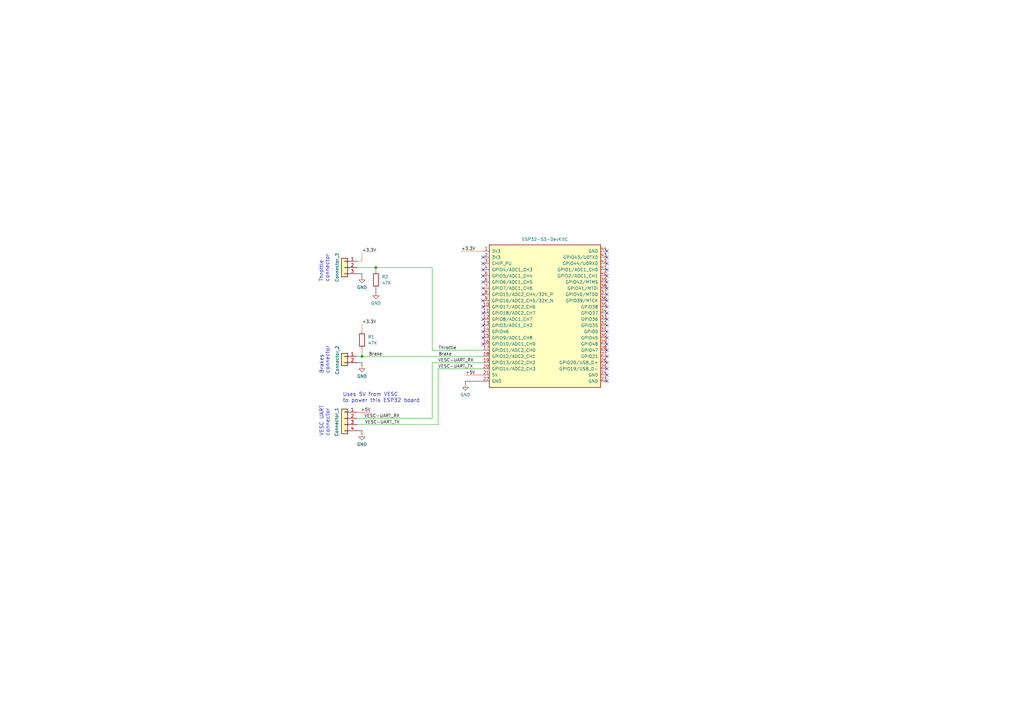
<source format=kicad_sch>
(kicad_sch (version 20230121) (generator eeschema)
  (paper "A3")
  (lib_symbols
    (symbol "Connector_Generic:Conn_01x02" (pin_names (offset 1.016) hide)
      (property "Reference" "J" (at 0 2.54 0))
      (property "Value" "Conn_01x02" (at 0 -5.08 0))
      (symbol "Conn_01x02_1_1"
        (rectangle (start -1.27 -2.413) (end 0 -2.667) (stroke (width 0.1524)))
        (rectangle (start -1.27 0.127) (end 0 -0.127) (stroke (width 0.1524)))
        (rectangle (start -1.27 1.27) (end 1.27 -3.81) (stroke (width 0.254)) (fill (type background)))
        (pin passive line (at -5.08 0 0) (length 3.81) (name "Pin_1") (number "1"))
        (pin passive line (at -5.08 -2.54 0) (length 3.81) (name "Pin_2") (number "2"))
      )
    )
    (symbol "Connector_Generic:Conn_01x03" (pin_names (offset 1.016) hide)
      (property "Reference" "J" (at 0 5.08 0))
      (property "Value" "Conn_01x03" (at 0 -5.08 0))
      (symbol "Conn_01x03_1_1"
        (rectangle (start -1.27 -2.413) (end 0 -2.667) (stroke (width 0.1524)))
        (rectangle (start -1.27 0.127) (end 0 -0.127) (stroke (width 0.1524)))
        (rectangle (start -1.27 2.667) (end 0 2.413) (stroke (width 0.1524)))
        (rectangle (start -1.27 3.81) (end 1.27 -3.81) (stroke (width 0.254)) (fill (type background)))
        (pin passive line (at -5.08 2.54 0) (length 3.81) (name "Pin_1") (number "1"))
        (pin passive line (at -5.08 0 0) (length 3.81) (name "Pin_2") (number "2"))
        (pin passive line (at -5.08 -2.54 0) (length 3.81) (name "Pin_3") (number "3"))
      )
    )
    (symbol "Connector_Generic:Conn_01x04" (pin_names (offset 1.016) hide)
      (property "Reference" "J" (at 0 5.08 0))
      (property "Value" "Conn_01x04" (at 0 -7.62 0))
      (symbol "Conn_01x04_1_1"
        (rectangle (start -1.27 -4.953) (end 0 -5.207) (stroke (width 0.1524)))
        (rectangle (start -1.27 -2.413) (end 0 -2.667) (stroke (width 0.1524)))
        (rectangle (start -1.27 0.127) (end 0 -0.127) (stroke (width 0.1524)))
        (rectangle (start -1.27 2.667) (end 0 2.413) (stroke (width 0.1524)))
        (rectangle (start -1.27 3.81) (end 1.27 -6.35) (stroke (width 0.254)) (fill (type background)))
        (pin passive line (at -5.08 2.54 0) (length 3.81) (name "Pin_1") (number "1"))
        (pin passive line (at -5.08 0 0) (length 3.81) (name "Pin_2") (number "2"))
        (pin passive line (at -5.08 -2.54 0) (length 3.81) (name "Pin_3") (number "3"))
        (pin passive line (at -5.08 -5.08 0) (length 3.81) (name "Pin_4") (number "4"))
      )
    )
    (symbol "Device:R" (pin_numbers hide) (pin_names (offset 0))
      (property "Reference" "R" (at 2.032 0 90))
      (property "Value" "R" (at 0 0 90))
      (symbol "R_0_1"
        (rectangle (start -1.016 -2.54) (end 1.016 2.54) (stroke (width 0.254)))
      )
      (symbol "R_1_1"
        (pin passive line (at 0 3.81 270) (length 1.27) (name "~") (number "1"))
        (pin passive line (at 0 -3.81 90) (length 1.27) (name "~") (number "2"))
      )
    )
    (symbol "Espressif:ESP32-S3-DevKitC" (pin_names (offset 1.016))
      (property "Reference" "U" (at -22.86 33.02 0))
      (property "Value" "ESP32-S3-DevKitC" (at -22.86 30.48 0))
      (symbol "ESP32-S3-DevKitC_0_0"
        (pin bidirectional line (at -25.4 -7.62 0) (length 2.54) (name "GPIO46") (number "14"))
        (pin bidirectional line (at -25.4 -20.32 0) (length 2.54) (name "GPIO13/ADC2_CH2") (number "19"))
        (pin power_in line (at -25.4 22.86 0) (length 2.54) (name "3V3") (number "2"))
        (pin bidirectional line (at 25.4 12.7 180) (length 2.54) (name "GPIO42/MTMS") (number "39"))
        (pin bidirectional line (at 25.4 15.24 180) (length 2.54) (name "GPIO2/ADC1_CH1") (number "40"))
        (pin bidirectional line (at 25.4 17.78 180) (length 2.54) (name "GPIO1/ADC1_CH0") (number "41"))
        (pin bidirectional line (at 25.4 20.32 180) (length 2.54) (name "GPIO44/U0RXD") (number "42"))
        (pin bidirectional line (at 25.4 22.86 180) (length 2.54) (name "GPIO43/U0TXD") (number "43"))
        (pin power_in line (at 25.4 25.4 180) (length 2.54) (name "GND") (number "44"))
      )
      (symbol "ESP32-S3-DevKitC_0_1"
        (rectangle (start -22.86 27.94) (end 22.86 -30.48) (stroke (width 0.254)) (fill (type background)))
      )
      (symbol "ESP32-S3-DevKitC_1_1"
        (pin power_in line (at -25.4 25.4 0) (length 2.54) (name "3V3") (number "1"))
        (pin bidirectional line (at -25.4 2.54 0) (length 2.54) (name "GPIO17/ADC2_CH6") (number "10"))
        (pin bidirectional line (at -25.4 0 0) (length 2.54) (name "GPIO18/ADC2_CH7") (number "11"))
        (pin bidirectional line (at -25.4 -2.54 0) (length 2.54) (name "GPIO8/ADC1_CH7") (number "12"))
        (pin bidirectional line (at -25.4 -5.08 0) (length 2.54) (name "GPIO3/ADC1_CH2") (number "13"))
        (pin bidirectional line (at -25.4 -10.16 0) (length 2.54) (name "GPIO9/ADC1_CH8") (number "15"))
        (pin bidirectional line (at -25.4 -12.7 0) (length 2.54) (name "GPIO10/ADC1_CH9") (number "16"))
        (pin bidirectional line (at -25.4 -15.24 0) (length 2.54) (name "GPIO11/ADC2_CH0") (number "17"))
        (pin bidirectional line (at -25.4 -17.78 0) (length 2.54) (name "GPIO12/ADC2_CH1") (number "18"))
        (pin bidirectional line (at -25.4 -22.86 0) (length 2.54) (name "GPIO14/ADC2_CH3") (number "20"))
        (pin power_in line (at -25.4 -25.4 0) (length 2.54) (name "5V") (number "21"))
        (pin power_in line (at -25.4 -27.94 0) (length 2.54) (name "GND") (number "22"))
        (pin power_in line (at 25.4 -27.94 180) (length 2.54) (name "GND") (number "23"))
        (pin power_in line (at 25.4 -25.4 180) (length 2.54) (name "GND") (number "24"))
        (pin bidirectional line (at 25.4 -22.86 180) (length 2.54) (name "GPIO19/USB_D-") (number "25"))
        (pin bidirectional line (at 25.4 -20.32 180) (length 2.54) (name "GPIO20/USB_D+") (number "26"))
        (pin bidirectional line (at 25.4 -17.78 180) (length 2.54) (name "GPIO21") (number "27"))
        (pin bidirectional line (at 25.4 -15.24 180) (length 2.54) (name "GPIO47") (number "28"))
        (pin bidirectional line (at 25.4 -12.7 180) (length 2.54) (name "GPIO48") (number "29"))
        (pin input line (at -25.4 20.32 0) (length 2.54) (name "CHIP_PU") (number "3"))
        (pin bidirectional line (at 25.4 -10.16 180) (length 2.54) (name "GPIO45") (number "30"))
        (pin bidirectional line (at 25.4 -7.62 180) (length 2.54) (name "GPIO0") (number "31"))
        (pin bidirectional line (at 25.4 -5.08 180) (length 2.54) (name "GPIO35") (number "32"))
        (pin bidirectional line (at 25.4 -2.54 180) (length 2.54) (name "GPIO36") (number "33"))
        (pin bidirectional line (at 25.4 0 180) (length 2.54) (name "GPIO37") (number "34"))
        (pin bidirectional line (at 25.4 2.54 180) (length 2.54) (name "GPIO38") (number "35"))
        (pin bidirectional line (at 25.4 5.08 180) (length 2.54) (name "GPIO39/MTCK") (number "36"))
        (pin bidirectional line (at 25.4 7.62 180) (length 2.54) (name "GPIO40/MTDO") (number "37"))
        (pin bidirectional line (at 25.4 10.16 180) (length 2.54) (name "GPIO41/MTDI") (number "38"))
        (pin bidirectional line (at -25.4 17.78 0) (length 2.54) (name "GPIO4/ADC1_CH3") (number "4"))
        (pin bidirectional line (at -25.4 15.24 0) (length 2.54) (name "GPIO5/ADC1_CH4") (number "5"))
        (pin bidirectional line (at -25.4 12.7 0) (length 2.54) (name "GPIO6/ADC1_CH5") (number "6"))
        (pin bidirectional line (at -25.4 10.16 0) (length 2.54) (name "GPIO7/ADC1_CH6") (number "7"))
        (pin bidirectional line (at -25.4 7.62 0) (length 2.54) (name "GPIO15/ADC2_CH4/32K_P") (number "8"))
        (pin bidirectional line (at -25.4 5.08 0) (length 2.54) (name "GPIO16/ADC2_CH5/32K_N") (number "9"))
      )
    )
    (symbol "power:GND" (power) (pin_names (offset 0))
      (property "Value" "GND" (at 0 -3.81 0))
      (symbol "GND_0_1"
        (polyline (pts (xy 0 0) (xy 0 -1.27) (xy 1.27 -1.27) (xy 0 -2.54) (xy -1.27 -1.27) (xy 0 -1.27)))
      )
      (symbol "GND_1_1"
        (pin power_in line (at 0 0 270) (length 0) hide (name "GND") (number "1"))
      )
    )
  )
  (junction (at 154.178 109.728))
  (junction (at 148.463 146.177))
  (no_connect (at 198.12 136.017))
  (no_connect (at 198.12 115.697))
  (no_connect (at 198.12 141.097))
  (no_connect (at 198.12 133.477))
  (no_connect (at 198.12 118.237))
  (no_connect (at 198.12 120.777))
  (no_connect (at 198.12 138.557))
  (no_connect (at 198.12 128.397))
  (no_connect (at 248.92 113.157))
  (no_connect (at 198.12 105.537))
  (no_connect (at 198.12 108.077))
  (no_connect (at 198.12 123.317))
  (no_connect (at 198.12 125.857))
  (no_connect (at 198.12 130.937))
  (no_connect (at 248.92 110.617))
  (no_connect (at 248.92 102.997))
  (no_connect (at 248.92 105.537))
  (no_connect (at 248.92 108.077))
  (no_connect (at 248.92 156.337))
  (no_connect (at 248.92 148.717))
  (no_connect (at 248.92 151.257))
  (no_connect (at 248.92 153.797))
  (no_connect (at 248.92 123.317))
  (no_connect (at 248.92 125.857))
  (no_connect (at 248.92 128.397))
  (no_connect (at 248.92 130.937))
  (no_connect (at 248.92 133.477))
  (no_connect (at 248.92 136.017))
  (no_connect (at 248.92 138.557))
  (no_connect (at 248.92 141.097))
  (no_connect (at 248.92 143.637))
  (no_connect (at 248.92 146.177))
  (no_connect (at 248.92 115.697))
  (no_connect (at 248.92 118.237))
  (no_connect (at 248.92 120.777))
  (no_connect (at 198.12 110.617))
  (no_connect (at 198.12 113.157))
  (wire (pts (xy 148.463 148.717) (xy 148.463 149.987)) (stroke (width 0) (color 0 0 0 1)))
  (wire (pts (xy 148.463 146.177) (xy 198.12 146.177)))
  (wire (pts (xy 146.431 171.577) (xy 177.292 171.577)))
  (wire (pts (xy 146.431 148.717) (xy 148.463 148.717)) (stroke (width 0) (color 0 0 0 1)))
  (wire (pts (xy 146.431 112.268) (xy 148.463 112.268)) (stroke (width 0) (color 0 0 0 1)))
  (wire (pts (xy 177.292 109.728) (xy 177.292 143.637)))
  (wire (pts (xy 154.178 109.728) (xy 154.178 110.998)))
  (wire (pts (xy 179.705 151.257) (xy 198.12 151.257)))
  (wire (pts (xy 148.463 135.636) (xy 148.463 132.969)) (stroke (width 0) (color 204 102 0 1)))
  (wire (pts (xy 177.292 148.717) (xy 198.12 148.717)))
  (wire (pts (xy 148.463 143.256) (xy 148.463 146.177)))
  (wire (pts (xy 190.881 156.337) (xy 190.881 157.607)) (stroke (width 0) (color 0 0 0 1)))
  (wire (pts (xy 146.431 169.037) (xy 152.019 169.037)) (stroke (width 0) (color 255 0 0 1)))
  (wire (pts (xy 146.431 146.177) (xy 148.463 146.177)))
  (wire (pts (xy 198.12 156.337) (xy 190.881 156.337)) (stroke (width 0) (color 0 0 0 1)))
  (wire (pts (xy 154.178 109.728) (xy 177.292 109.728)))
  (wire (pts (xy 146.431 107.188) (xy 148.463 107.188)) (stroke (width 0) (color 204 102 0 1)))
  (wire (pts (xy 179.705 151.257) (xy 179.705 174.117)))
  (wire (pts (xy 146.431 174.117) (xy 179.705 174.117)))
  (wire (pts (xy 148.463 112.268) (xy 148.463 113.538)) (stroke (width 0) (color 0 0 0 1)))
  (wire (pts (xy 190.881 153.797) (xy 198.12 153.797)) (stroke (width 0) (color 255 0 0 1)))
  (wire (pts (xy 177.292 171.577) (xy 177.292 148.717)))
  (wire (pts (xy 148.463 103.632) (xy 148.463 107.188)) (stroke (width 0) (color 204 102 0 1)))
  (wire (pts (xy 148.463 176.657) (xy 148.463 177.927)) (stroke (width 0) (color 0 0 0 1)))
  (wire (pts (xy 154.178 118.618) (xy 154.178 120.015)) (stroke (width 0) (color 0 0 0 1)))
  (wire (pts (xy 177.292 143.637) (xy 198.12 143.637)))
  (wire (pts (xy 146.431 176.657) (xy 148.463 176.657)) (stroke (width 0) (color 0 0 0 1)))
  (wire (pts (xy 198.12 102.997) (xy 189.103 102.997)) (stroke (width 0) (color 204 102 0 1)))
  (wire (pts (xy 146.431 109.728) (xy 154.178 109.728)))
  (text "Brakes\nconnector" (at 135.255 153.289 90) (effects (font (size 1.524 1.524)) (justify left bottom)))
  (text "VESC UART\nconnector" (at 135.255 178.943 90) (effects (font (size 1.524 1.524)) (justify left bottom)))
  (text "Throttle \nconnector" (at 135.128 115.697 90) (effects (font (size 1.524 1.524)) (justify left bottom)))
  (text "Uses 5V from VESC\nto power this ESP32 board" (at 140.589 165.227 0) (effects (font (size 1.524 1.524)) (justify left bottom)))
  (label "VESC-UART_TX" (at 163.957 174.117 180))
  (label "+3.3V" (at 148.463 132.969 0))
  (label "Throttle" (at 179.832 143.637 0))
  (label "Brake" (at 179.832 146.177 0))
  (label "VESC-UART_TX" (at 179.705 151.257 0))
  (label "+5V" (at 190.881 153.797 0))
  (label "+3.3V" (at 189.103 102.997 0))
  (label "+5V" (at 152.019 169.037 180))
  (label "VESC-UART_RX" (at 163.957 171.577 180))
  (label "+3.3V" (at 148.463 103.632 0))
  (label "VESC-UART_RX" (at 179.705 148.717 0))
  (label "Brake" (at 151.257 146.177 0))
  (symbol (lib_id "Connector_Generic:Conn_01x03") (at 141.351 109.728 0) (mirror y) (unit 1)
    (property "Reference" "J1" (effects hide))
    (property "Value" "Connector_3" (at 138.176 109.728 90))
  )
  (symbol (lib_id "power:GND") (at 148.463 113.538 0) (unit 1)
    (property "Reference" "#PWR01" (effects hide))
    (property "Value" "GND" (at 148.463 117.856 0))
  )
  (symbol (lib_id "Connector_Generic:Conn_01x04") (at 141.351 171.577 0) (mirror y) (unit 1)
    (property "Reference" "J2" (effects hide))
    (property "Value" "Connector_1" (at 138.049 173.101 90))
  )
  (symbol (lib_id "Connector_Generic:Conn_01x02") (at 141.351 146.177 0) (mirror y) (unit 1)
    (property "Reference" "Connector_2" (at 138.303 147.701 90))
  )
  (symbol (lib_id "Device:R") (at 148.463 139.446 0) (unit 1)
    (property "Reference" "R1" (at 150.876 138.176 0) (effects (justify left)))
    (property "Value" "47K" (at 150.876 140.716 0) (effects (justify left)))
  )
  (symbol (lib_id "power:GND") (at 148.463 177.927 0) (unit 1)
    (property "Reference" "#PWR03" (effects hide))
    (property "Value" "GND" (at 148.463 182.245 0))
  )
  (symbol (lib_id "Espressif:ESP32-S3-DevKitC") (at 223.52 128.397 0) (unit 1)
    (property "Reference" "U1" (effects hide))
    (property "Value" "ESP32-S3-DevKitC" (at 223.52 98.171 0))
    (property "Footprint" "Espressif:ESP32-S3-DevKitC" (effects hide))
  )
  (symbol (lib_id "power:GND") (at 154.178 120.015 0) (unit 1)
    (property "Reference" "#PWR04" (effects hide))
    (property "Value" "GND" (at 154.178 124.333 0))
  )
  (symbol (lib_id "power:GND") (at 190.881 157.607 0) (unit 1)
    (property "Reference" "#PWR05" (effects hide))
    (property "Value" "GND" (at 190.881 161.925 0))
  )
  (symbol (lib_id "Device:R") (at 154.178 114.808 0) (unit 1)
    (property "Reference" "R2" (at 156.591 113.538 0) (effects (justify left)))
    (property "Value" "47K" (at 156.591 116.078 0) (effects (justify left)))
  )
  (symbol (lib_id "power:GND") (at 148.463 149.987 0) (unit 1)
    (property "Reference" "#PWR02" (effects hide))
    (property "Value" "GND" (at 148.463 154.305 0))
  )
)
</source>
